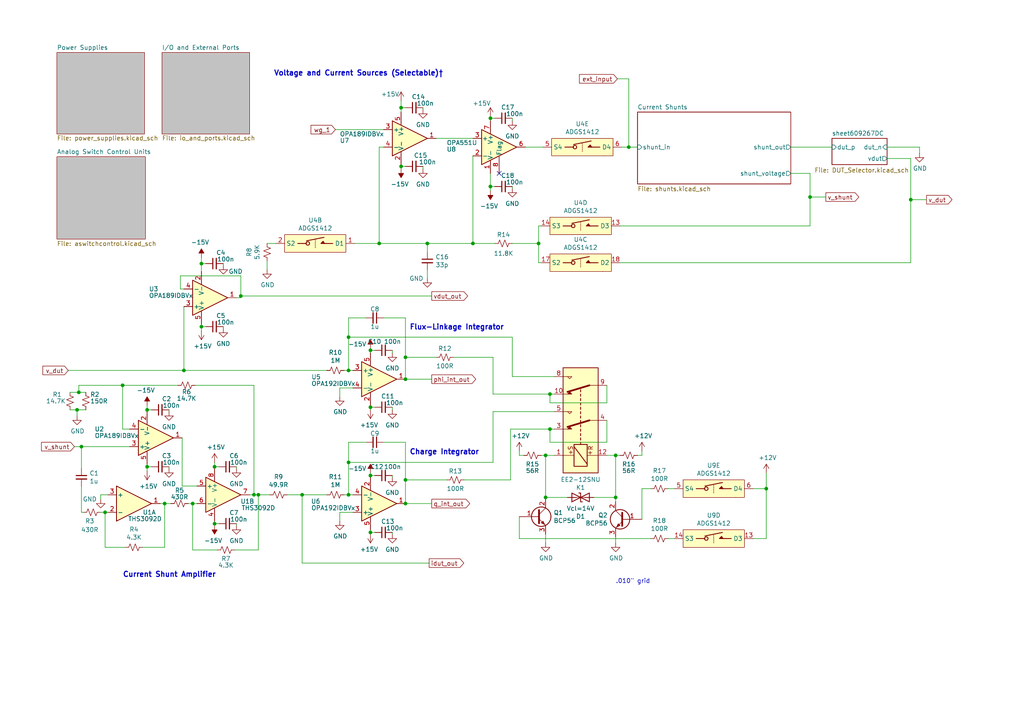
<source format=kicad_sch>
(kicad_sch (version 20211123) (generator eeschema)
  (paper "A4")
  (junction (at 158.242 132.08))
  (junction (at 117.602 109.982))
  (junction (at 109.982 70.612))
  (junction (at 69.85 85.852))
  (junction (at 101.092 134.112))
  (junction (at 47.752 146.05))
  (junction (at 159.512 114.3))
  (junction (at 117.602 103.632))
  (junction (at 142.24 54.102))
  (junction (at 73.66 143.51))
  (junction (at 30.48 148.59))
  (junction (at 234.95 57.15))
  (junction (at 22.352 118.872))
  (junction (at 117.602 146.05))
  (junction (at 62.23 151.892))
  (junction (at 159.512 124.46))
  (junction (at 53.34 107.442))
  (junction (at 222.25 141.732))
  (junction (at 42.672 118.872))
  (junction (at 107.442 101.6))
  (junction (at 264.16 57.912))
  (junction (at 23.622 129.54))
  (junction (at 22.86 113.792))
  (junction (at 35.56 111.76))
  (junction (at 62.23 135.382))
  (junction (at 182.372 42.672))
  (junction (at 178.562 132.08))
  (junction (at 101.092 107.442))
  (junction (at 58.42 94.742))
  (junction (at 101.092 143.51))
  (junction (at 107.442 118.11))
  (junction (at 137.16 70.612))
  (junction (at 156.21 70.612))
  (junction (at 117.602 139.192))
  (junction (at 123.952 70.612))
  (junction (at 178.562 144.272))
  (junction (at 101.092 97.79))
  (junction (at 55.88 146.05))
  (junction (at 107.442 137.922))
  (junction (at 87.63 143.51))
  (junction (at 158.242 144.272))
  (junction (at 116.332 48.26))
  (junction (at 142.24 34.29))
  (junction (at 116.332 31.242))
  (junction (at 107.442 154.432))
  (junction (at 42.672 135.382))
  (junction (at 58.42 76.454))
  (junction (at 74.93 143.51))
  (no_connect (at 144.78 50.292))
  (wire (pts (xy 158.242 144.78) (xy 158.242 144.272)))
  (wire (pts (xy 98.552 112.522) (xy 102.362 112.522)))
  (wire (pts (xy 107.442 137.922) (xy 107.442 138.43)))
  (wire (pts (xy 101.092 134.112) (xy 143.002 134.112)))
  (wire (pts (xy 125.222 146.05) (xy 117.602 146.05)))
  (wire (pts (xy 57.15 140.97) (xy 52.832 140.97)))
  (wire (pts (xy 62.23 152.4) (xy 62.23 151.892)))
  (wire (pts (xy 193.802 141.732) (xy 195.58 141.732)))
  (wire (pts (xy 87.63 143.51) (xy 87.63 163.322)))
  (wire (pts (xy 101.092 92.202) (xy 101.092 97.79)))
  (wire (pts (xy 142.24 33.782) (xy 142.24 34.29)))
  (wire (pts (xy 53.34 107.442) (xy 94.742 107.442)))
  (wire (pts (xy 182.372 22.86) (xy 179.07 22.86)))
  (wire (pts (xy 142.24 34.29) (xy 142.24 35.052)))
  (wire (pts (xy 150.622 132.08) (xy 150.622 130.81)))
  (wire (pts (xy 108.712 118.11) (xy 107.442 118.11)))
  (wire (pts (xy 98.552 115.062) (xy 98.552 112.522)))
  (wire (pts (xy 159.512 124.46) (xy 160.782 124.46)))
  (wire (pts (xy 143.002 114.3) (xy 159.512 114.3)))
  (wire (pts (xy 68.58 151.892) (xy 68.58 152.4)))
  (wire (pts (xy 68.58 135.382) (xy 68.58 135.89)))
  (wire (pts (xy 176.022 111.76) (xy 176.022 116.84)))
  (wire (pts (xy 125.222 85.852) (xy 69.85 85.852)))
  (wire (pts (xy 59.69 76.454) (xy 58.42 76.454)))
  (wire (pts (xy 101.092 134.112) (xy 101.092 143.51)))
  (wire (pts (xy 129.54 139.192) (xy 117.602 139.192)))
  (wire (pts (xy 131.572 103.632) (xy 143.002 103.632)))
  (wire (pts (xy 117.602 128.27) (xy 117.602 139.192)))
  (wire (pts (xy 148.59 109.22) (xy 160.782 109.22)))
  (wire (pts (xy 22.352 120.65) (xy 22.352 118.872)))
  (wire (pts (xy 43.942 118.872) (xy 42.672 118.872)))
  (wire (pts (xy 156.21 65.532) (xy 156.21 70.612)))
  (wire (pts (xy 264.16 45.974) (xy 264.16 57.912)))
  (wire (pts (xy 108.712 101.6) (xy 107.442 101.6)))
  (wire (pts (xy 42.672 118.872) (xy 42.672 119.38)))
  (wire (pts (xy 156.21 76.2) (xy 156.972 76.2)))
  (wire (pts (xy 178.562 144.272) (xy 178.562 132.08)))
  (wire (pts (xy 158.242 144.272) (xy 158.242 132.08)))
  (wire (pts (xy 123.952 78.232) (xy 123.952 80.772)))
  (wire (pts (xy 57.15 146.05) (xy 55.88 146.05)))
  (wire (pts (xy 107.442 101.6) (xy 107.442 102.362)))
  (wire (pts (xy 107.442 154.432) (xy 107.442 153.67)))
  (wire (pts (xy 56.642 111.76) (xy 73.66 111.76)))
  (wire (pts (xy 52.832 140.97) (xy 52.832 127)))
  (wire (pts (xy 58.42 94.742) (xy 58.42 93.98)))
  (wire (pts (xy 101.092 97.79) (xy 148.59 97.79)))
  (wire (pts (xy 109.982 42.672) (xy 111.252 42.672)))
  (wire (pts (xy 64.77 76.454) (xy 64.77 76.962)))
  (wire (pts (xy 178.562 145.542) (xy 178.562 144.272)))
  (wire (pts (xy 62.23 134.112) (xy 62.23 135.382)))
  (wire (pts (xy 116.332 31.242) (xy 116.332 32.512)))
  (wire (pts (xy 117.602 48.26) (xy 116.332 48.26)))
  (wire (pts (xy 22.86 113.792) (xy 24.892 113.792)))
  (wire (pts (xy 150.622 156.21) (xy 188.722 156.21)))
  (wire (pts (xy 74.93 143.51) (xy 78.232 143.51)))
  (wire (pts (xy 156.21 65.532) (xy 156.972 65.532)))
  (wire (pts (xy 239.522 57.15) (xy 234.95 57.15)))
  (wire (pts (xy 20.32 118.872) (xy 22.352 118.872)))
  (wire (pts (xy 137.16 70.612) (xy 143.51 70.612)))
  (wire (pts (xy 111.252 128.27) (xy 117.602 128.27)))
  (wire (pts (xy 182.372 42.672) (xy 182.372 22.86)))
  (wire (pts (xy 77.47 78.232) (xy 77.47 75.692)))
  (wire (pts (xy 241.3 42.672) (xy 229.362 42.672)))
  (wire (pts (xy 164.592 144.272) (xy 158.242 144.272)))
  (wire (pts (xy 158.242 132.08) (xy 156.972 132.08)))
  (wire (pts (xy 264.16 76.2) (xy 264.16 57.912)))
  (wire (pts (xy 23.622 129.54) (xy 37.592 129.54)))
  (wire (pts (xy 123.952 73.152) (xy 123.952 70.612)))
  (wire (pts (xy 122.682 31.242) (xy 122.682 31.75)))
  (wire (pts (xy 99.822 143.51) (xy 101.092 143.51)))
  (wire (pts (xy 184.912 132.08) (xy 186.182 132.08)))
  (wire (pts (xy 143.002 119.38) (xy 160.782 119.38)))
  (wire (pts (xy 49.022 118.872) (xy 49.022 119.38)))
  (wire (pts (xy 42.672 117.602) (xy 42.672 118.872)))
  (wire (pts (xy 107.442 118.11) (xy 107.442 117.602)))
  (wire (pts (xy 69.85 86.36) (xy 68.58 86.36)))
  (wire (pts (xy 180.34 42.672) (xy 182.372 42.672)))
  (wire (pts (xy 117.602 103.632) (xy 117.602 109.982)))
  (wire (pts (xy 186.182 132.08) (xy 186.182 130.81)))
  (wire (pts (xy 158.242 157.48) (xy 158.242 154.94)))
  (wire (pts (xy 126.492 40.132) (xy 137.16 40.132)))
  (wire (pts (xy 186.182 141.732) (xy 188.722 141.732)))
  (wire (pts (xy 87.63 143.51) (xy 94.742 143.51)))
  (wire (pts (xy 63.5 151.892) (xy 62.23 151.892)))
  (wire (pts (xy 98.552 148.59) (xy 102.362 148.59)))
  (wire (pts (xy 159.512 116.84) (xy 159.512 114.3)))
  (wire (pts (xy 74.93 159.512) (xy 74.93 143.51)))
  (wire (pts (xy 99.822 107.442) (xy 101.092 107.442)))
  (wire (pts (xy 257.302 45.974) (xy 264.16 45.974)))
  (wire (pts (xy 64.77 94.742) (xy 64.77 95.25)))
  (wire (pts (xy 159.512 114.3) (xy 160.782 114.3)))
  (wire (pts (xy 176.022 116.84) (xy 159.512 116.84)))
  (wire (pts (xy 101.092 143.51) (xy 102.362 143.51)))
  (wire (pts (xy 107.442 137.16) (xy 107.442 137.922)))
  (wire (pts (xy 143.002 103.632) (xy 143.002 114.3)))
  (wire (pts (xy 53.34 88.9) (xy 53.34 107.442)))
  (wire (pts (xy 234.95 57.15) (xy 234.95 50.292)))
  (wire (pts (xy 49.53 146.05) (xy 47.752 146.05)))
  (wire (pts (xy 29.21 143.51) (xy 31.242 143.51)))
  (wire (pts (xy 152.4 42.672) (xy 157.48 42.672)))
  (wire (pts (xy 117.602 139.192) (xy 117.602 146.05)))
  (wire (pts (xy 109.982 70.612) (xy 102.87 70.612)))
  (wire (pts (xy 266.7 44.45) (xy 266.7 42.672)))
  (wire (pts (xy 69.85 80.01) (xy 69.85 85.852)))
  (wire (pts (xy 63.5 135.382) (xy 62.23 135.382)))
  (wire (pts (xy 113.792 101.6) (xy 113.792 102.362)))
  (wire (pts (xy 41.402 158.75) (xy 47.752 158.75)))
  (wire (pts (xy 87.63 163.322) (xy 124.46 163.322)))
  (wire (pts (xy 268.732 57.912) (xy 264.16 57.912)))
  (wire (pts (xy 193.802 156.21) (xy 195.58 156.21)))
  (wire (pts (xy 222.25 141.732) (xy 222.25 137.16)))
  (wire (pts (xy 148.082 139.192) (xy 148.082 124.46)))
  (wire (pts (xy 142.24 55.372) (xy 142.24 54.102)))
  (wire (pts (xy 58.42 96.012) (xy 58.42 94.742)))
  (wire (pts (xy 72.39 143.51) (xy 73.66 143.51)))
  (wire (pts (xy 101.092 92.202) (xy 106.172 92.202)))
  (wire (pts (xy 182.372 42.672) (xy 184.912 42.672)))
  (wire (pts (xy 23.622 135.89) (xy 23.622 129.54)))
  (wire (pts (xy 116.332 48.26) (xy 116.332 49.022)))
  (wire (pts (xy 47.752 158.75) (xy 47.752 146.05)))
  (wire (pts (xy 31.242 148.59) (xy 30.48 148.59)))
  (wire (pts (xy 101.092 128.27) (xy 101.092 134.112)))
  (wire (pts (xy 222.25 156.21) (xy 222.25 141.732)))
  (wire (pts (xy 30.48 158.75) (xy 30.48 148.59)))
  (wire (pts (xy 148.59 97.79) (xy 148.59 109.22)))
  (wire (pts (xy 21.59 129.54) (xy 23.622 129.54)))
  (wire (pts (xy 47.752 146.05) (xy 46.482 146.05)))
  (wire (pts (xy 113.792 137.922) (xy 113.792 138.43)))
  (wire (pts (xy 116.332 29.21) (xy 116.332 31.242)))
  (wire (pts (xy 101.092 128.27) (xy 106.172 128.27)))
  (wire (pts (xy 59.69 94.742) (xy 58.42 94.742)))
  (wire (pts (xy 108.712 154.432) (xy 107.442 154.432)))
  (wire (pts (xy 122.682 49.022) (xy 122.682 48.26)))
  (wire (pts (xy 55.88 146.05) (xy 54.61 146.05)))
  (wire (pts (xy 142.24 54.102) (xy 142.24 50.292)))
  (wire (pts (xy 218.44 156.21) (xy 222.25 156.21)))
  (wire (pts (xy 186.182 150.622) (xy 186.182 141.732)))
  (wire (pts (xy 218.44 141.732) (xy 222.25 141.732)))
  (wire (pts (xy 148.59 34.29) (xy 148.59 35.052)))
  (wire (pts (xy 97.282 37.592) (xy 111.252 37.592)))
  (wire (pts (xy 62.23 151.892) (xy 62.23 151.13)))
  (wire (pts (xy 22.86 113.792) (xy 20.32 113.792)))
  (wire (pts (xy 148.59 54.102) (xy 148.59 54.61)))
  (wire (pts (xy 52.324 83.82) (xy 52.324 80.01)))
  (wire (pts (xy 109.982 42.672) (xy 109.982 70.612)))
  (wire (pts (xy 116.332 47.752) (xy 116.332 48.26)))
  (wire (pts (xy 178.562 132.08) (xy 179.832 132.08)))
  (wire (pts (xy 24.13 148.59) (xy 23.622 148.59)))
  (wire (pts (xy 29.21 144.78) (xy 29.21 143.51)))
  (wire (pts (xy 83.312 143.51) (xy 87.63 143.51)))
  (wire (pts (xy 22.352 118.872) (xy 24.892 118.872)))
  (wire (pts (xy 234.95 57.15) (xy 234.95 65.532)))
  (wire (pts (xy 42.672 136.652) (xy 42.672 135.382)))
  (wire (pts (xy 159.512 128.27) (xy 159.512 124.46)))
  (wire (pts (xy 19.812 107.442) (xy 53.34 107.442)))
  (wire (pts (xy 123.952 70.612) (xy 137.16 70.612)))
  (wire (pts (xy 143.51 54.102) (xy 142.24 54.102)))
  (wire (pts (xy 77.47 70.612) (xy 80.01 70.612)))
  (wire (pts (xy 179.832 65.532) (xy 234.95 65.532)))
  (wire (pts (xy 143.51 34.29) (xy 142.24 34.29)))
  (wire (pts (xy 22.86 111.76) (xy 22.86 113.792)))
  (wire (pts (xy 43.942 135.382) (xy 42.672 135.382)))
  (wire (pts (xy 101.092 97.79) (xy 101.092 107.442)))
  (wire (pts (xy 126.492 103.632) (xy 117.602 103.632)))
  (wire (pts (xy 178.562 132.08) (xy 176.022 132.08)))
  (wire (pts (xy 148.082 124.46) (xy 159.512 124.46)))
  (wire (pts (xy 58.42 76.454) (xy 58.42 78.74)))
  (wire (pts (xy 117.602 31.242) (xy 116.332 31.242)))
  (wire (pts (xy 52.324 80.01) (xy 69.85 80.01)))
  (wire (pts (xy 176.022 128.27) (xy 159.512 128.27)))
  (wire (pts (xy 35.56 111.76) (xy 51.562 111.76)))
  (wire (pts (xy 179.832 76.2) (xy 264.16 76.2)))
  (wire (pts (xy 113.792 154.432) (xy 113.792 154.94)))
  (wire (pts (xy 158.242 132.08) (xy 160.782 132.08)))
  (wire (pts (xy 49.022 135.382) (xy 49.022 135.89)))
  (wire (pts (xy 113.792 118.11) (xy 113.792 118.872)))
  (wire (pts (xy 69.85 85.852) (xy 69.85 86.36)))
  (wire (pts (xy 35.56 111.76) (xy 22.86 111.76)))
  (wire (pts (xy 150.622 156.21) (xy 150.622 149.86)))
  (wire (pts (xy 55.88 159.512) (xy 62.992 159.512)))
  (wire (pts (xy 58.42 74.676) (xy 58.42 76.454)))
  (wire (pts (xy 117.602 92.202) (xy 117.602 103.632)))
  (wire (pts (xy 109.982 70.612) (xy 123.952 70.612)))
  (wire (pts (xy 178.562 155.702) (xy 178.562 157.48)))
  (wire (pts (xy 55.88 146.05) (xy 55.88 159.512)))
  (wire (pts (xy 107.442 154.94) (xy 107.442 154.432)))
  (wire (pts (xy 107.442 118.872) (xy 107.442 118.11)))
  (wire (pts (xy 35.56 124.46) (xy 35.56 111.76)))
  (wire (pts (xy 73.66 111.76) (xy 73.66 143.51)))
  (wire (pts (xy 111.252 92.202) (xy 117.602 92.202)))
  (wire (pts (xy 37.592 124.46) (xy 35.56 124.46)))
  (wire (pts (xy 266.7 42.672) (xy 257.302 42.672)))
  (wire (pts (xy 151.892 132.08) (xy 150.622 132.08)))
  (wire (pts (xy 125.222 109.982) (xy 117.602 109.982)))
  (wire (pts (xy 73.66 143.51) (xy 74.93 143.51)))
  (wire (pts (xy 134.62 139.192) (xy 148.082 139.192)))
  (wire (pts (xy 137.16 45.212) (xy 137.16 70.612)))
  (wire (pts (xy 234.95 50.292) (xy 229.362 50.292)))
  (wire (pts (xy 42.672 135.382) (xy 42.672 134.62)))
  (wire (pts (xy 101.092 107.442) (xy 102.362 107.442)))
  (wire (pts (xy 156.21 70.612) (xy 156.21 76.2)))
  (wire (pts (xy 62.23 135.382) (xy 62.23 135.89)))
  (wire (pts (xy 107.442 101.092) (xy 107.442 101.6)))
  (wire (pts (xy 98.552 151.13) (xy 98.552 148.59)))
  (wire (pts (xy 176.022 121.92) (xy 176.022 128.27)))
  (wire (pts (xy 53.34 83.82) (xy 52.324 83.82)))
  (wire (pts (xy 68.072 159.512) (xy 74.93 159.512)))
  (wire (pts (xy 148.59 70.612) (xy 156.21 70.612)))
  (wire (pts (xy 143.002 134.112) (xy 143.002 119.38)))
  (wire (pts (xy 108.712 137.922) (xy 107.442 137.922)))
  (wire (pts (xy 172.212 144.272) (xy 178.562 144.272)))
  (wire (pts (xy 30.48 148.59) (xy 29.21 148.59)))
  (wire (pts (xy 36.322 158.75) (xy 30.48 158.75)))
  (wire (pts (xy 23.622 148.59) (xy 23.622 140.97)))
  (text ".010\" grid" (at 178.562 169.418 0) (effects (font (size 1.27 1.27)) (justify left bottom)))
  (text "Current Shunt Amplifier" (at 35.56 167.64 0) (effects (font (size 1.4986 1.4986) (thickness 0.2997) bold) (justify left bottom)))
  (text "Charge Integrator" (at 118.745 132.08 0) (effects (font (size 1.4986 1.4986) (thickness 0.2997) bold) (justify left bottom)))
  (text "Voltage and Current Sources (Selectable)†" (at 79.375 22.225 0) (effects (font (size 1.4986 1.4986) (thickness 0.2997) bold) (justify left bottom)))
  (text "Flux-Linkage Integrator" (at 118.745 95.885 0) (effects (font (size 1.4986 1.4986) (thickness 0.2997) bold) (justify left bottom)))
  (global_label "v_shunt" (shape output) (at 239.522 57.15 0) (property "Intersheet References" "${INTERSHEET_REFS}" (effects hide)))
  (global_label "v_dut" (shape output) (at 268.732 57.912 0) (property "Intersheet References" "${INTERSHEET_REFS}" (effects hide)))
  (global_label "q_int_out" (shape output) (at 125.222 146.05 0) (property "Intersheet References" "${INTERSHEET_REFS}" (effects hide)))
  (global_label "vdut_out" (shape output) (at 125.222 85.852 0) (property "Intersheet References" "${INTERSHEET_REFS}" (effects hide)))
  (global_label "phi_int_out" (shape output) (at 125.222 109.982 0) (property "Intersheet References" "${INTERSHEET_REFS}" (effects hide)))
  (global_label "idut_out" (shape output) (at 124.46 163.322 0) (property "Intersheet References" "${INTERSHEET_REFS}" (effects hide)))
  (global_label "v_shunt" (shape input) (at 21.59 129.54 180) (property "Intersheet References" "${INTERSHEET_REFS}" (effects hide)))
  (global_label "ext_input" (shape input) (at 179.07 22.86 180) (property "Intersheet References" "${INTERSHEET_REFS}" (effects hide)))
  (global_label "v_dut" (shape input) (at 19.812 107.442 180) (property "Intersheet References" "${INTERSHEET_REFS}" (effects hide)))
  (global_label "wg_1" (shape input) (at 97.282 37.592 180) (property "Intersheet References" "${INTERSHEET_REFS}" (effects hide)))
  (symbol (lib_name "ADGS1412-MAGI_Symbols_2") (lib_id "SMUTestFixture-rescue:ADGS1412-MAGI_Symbols") (at 207.01 156.21 0) (unit 4)
    (property "Reference" "U9" (at 207.01 149.479 0))
    (property "Value" "ADGS1412" (at 207.01 151.7904 0))
    (property "Footprint" "Package_CSP:LFCSP-24-1EP_4x4mm_P0.5mm_EP2.5x2.5mm" (effects hide))
    (property "Datasheet" "https://www.analog.com/media/en/technical-documentation/data-sheets/ADGS1412.pdf" (effects hide))
  )
  (symbol (lib_name "ADGS1412-MAGI_Symbols_3") (lib_id "SMUTestFixture-rescue:ADGS1412-MAGI_Symbols") (at 207.01 141.732 0) (unit 5)
    (property "Reference" "U9" (at 207.01 135.001 0))
    (property "Value" "ADGS1412" (at 207.01 137.3124 0))
    (property "Footprint" "Package_CSP:LFCSP-24-1EP_4x4mm_P0.5mm_EP2.5x2.5mm" (effects hide))
    (property "Datasheet" "https://www.analog.com/media/en/technical-documentation/data-sheets/ADGS1412.pdf" (effects hide))
  )
  (symbol (lib_id "power:+12V") (at 222.25 137.16 0) (unit 1)
    (property "Reference" "#PWR041" (effects hide))
    (property "Value" "+12V" (at 222.631 132.7658 0))
  )
  (symbol (lib_id "Device:R_Small_US") (at 191.262 141.732 270) (unit 1)
    (property "Reference" "R17" (at 191.262 136.525 90))
    (property "Value" "100R" (at 191.262 138.8364 90))
  )
  (symbol (lib_id "Device:R_Small_US") (at 191.262 156.21 270) (unit 1)
    (property "Reference" "R18" (at 191.262 151.003 90))
    (property "Value" "100R" (at 191.262 153.3144 90))
  )
  (symbol (lib_id "Device:D_TVS") (at 168.402 144.272 0) (mirror x) (unit 1)
    (property "Reference" "D1" (at 168.402 149.7838 0))
    (property "Value" "Vcl=14V" (at 168.402 147.4724 0))
    (property "Footprint" "Diode_SMD:D_0201_0603Metric_Pad0.64x0.40mm_HandSolder" (effects hide))
    (property "Datasheet" "https://www.mouser.com/datasheet/2/348/vs12vba1hs-e-1871858.pdf" (effects hide))
    (property "PN" "VS12VBA1HS" (effects hide))
  )
  (symbol (lib_id "Transistor_BJT:BCP56") (at 181.102 150.622 0) (mirror y) (unit 1)
    (property "Reference" "Q2" (at 176.2506 149.4536 0) (effects (justify left)))
    (property "Value" "BCP56" (at 176.2506 151.765 0) (effects (justify left)))
    (property "Footprint" "Package_TO_SOT_SMD:SOT-223-3_TabPin2" (effects hide))
    (property "Datasheet" "http://cache.nxp.com/documents/data_sheet/BCP56_BCX56_BC56PA.pdf?pspll=1" (effects hide))
  )
  (symbol (lib_id "Transistor_BJT:BCP56") (at 155.702 149.86 0) (unit 1)
    (property "Reference" "Q1" (at 160.5534 148.6916 0) (effects (justify left)))
    (property "Value" "BCP56" (at 160.5534 151.003 0) (effects (justify left)))
    (property "Footprint" "Package_TO_SOT_SMD:SOT-223-3_TabPin2" (effects hide))
    (property "Datasheet" "http://cache.nxp.com/documents/data_sheet/BCP56_BCX56_BC56PA.pdf?pspll=1" (effects hide))
  )
  (symbol (lib_id "power:+12V") (at 150.622 130.81 0) (unit 1)
    (property "Reference" "#PWR035" (effects hide))
    (property "Value" "+12V" (at 151.003 126.4158 0))
  )
  (symbol (lib_id "power:+12V") (at 186.182 130.81 0) (unit 1)
    (property "Reference" "#PWR038" (effects hide))
    (property "Value" "+12V" (at 186.563 126.4158 0))
  )
  (symbol (lib_id "power:GND") (at 158.242 157.48 0) (unit 1)
    (property "Reference" "#PWR036" (effects hide))
    (property "Value" "GND" (at 158.369 161.8742 0))
  )
  (symbol (lib_id "power:GND") (at 178.562 157.48 0) (unit 1)
    (property "Reference" "#PWR037" (effects hide))
    (property "Value" "GND" (at 178.689 161.8742 0))
  )
  (symbol (lib_id "Device:R_Small_US") (at 182.372 132.08 270) (unit 1)
    (property "Reference" "R16" (at 182.372 134.62 90))
    (property "Value" "56R" (at 182.372 136.525 90))
  )
  (symbol (lib_id "Device:R_Small_US") (at 154.432 132.08 270) (unit 1)
    (property "Reference" "R15" (at 154.432 134.62 90))
    (property "Value" "56R" (at 154.432 136.525 90))
  )
  (symbol (lib_id "Device:R_Small_US") (at 129.032 103.632 270) (unit 1)
    (property "Reference" "R12" (at 129.032 101.092 90))
    (property "Value" "100R" (at 129.032 106.172 90))
    (property "Footprint" "Resistor_SMD:R_0805_2012Metric_Pad1.20x1.40mm_HandSolder" (effects hide))
    (property "PN" "CRCW08055K00JNTA" (effects hide))
  )
  (symbol (lib_id "Device:C_Small") (at 108.712 92.202 270) (unit 1)
    (property "Reference" "C8" (at 108.712 89.662 90))
    (property "Value" "1u" (at 108.712 94.742 90))
    (property "Footprint" "Capacitor_THT:C_Rect_L18.0mm_W11.0mm_P15.00mm_FKS3_FKP3" (effects hide))
    (property "PN" " ECW-FD2W105JC " (effects hide))
  )
  (symbol (lib_id "power:-15V") (at 107.442 101.092 0) (unit 1)
    (property "Reference" "#PWR018" (effects hide))
    (property "Value" "-15V" (at 103.632 99.822 0))
  )
  (symbol (lib_id "power:+15V") (at 107.442 118.872 180) (unit 1)
    (property "Reference" "#PWR019" (effects hide))
    (property "Value" "+15V" (at 107.061 123.2662 0))
  )
  (symbol (lib_id "power:GND") (at 98.552 115.062 0) (unit 1)
    (property "Reference" "#PWR016" (effects hide))
    (property "Value" "GND" (at 98.679 119.4562 0))
  )
  (symbol (lib_id "Device:R_Small_US") (at 97.282 107.442 270) (unit 1)
    (property "Reference" "R10" (at 97.282 102.235 90))
    (property "Value" "1M" (at 97.282 104.5464 90))
    (property "Footprint" "Resistor_SMD:R_1206_3216Metric_Pad1.30x1.75mm_HandSolder" (effects hide))
    (property "PN" "RG3216N-1004-W-T1" (effects hide))
  )
  (symbol (lib_id "power:-15V") (at 116.332 49.022 180) (unit 1)
    (property "Reference" "#PWR027" (effects hide))
    (property "Value" "-15V" (at 115.951 53.4162 0))
  )
  (symbol (lib_id "power:+15V") (at 116.332 29.21 0) (unit 1)
    (property "Reference" "#PWR026" (effects hide))
    (property "Value" "+15V" (at 113.157 27.305 0))
  )
  (symbol (lib_id "Device:R_Small_US") (at 146.05 70.612 90) (unit 1)
    (property "Reference" "R14" (at 146.05 68.072 90))
    (property "Value" "11.8K" (at 146.05 73.5076 90))
    (property "Footprint" "Resistor_SMD:R_0805_2012Metric_Pad1.20x1.40mm_HandSolder" (effects hide))
    (property "PN" "RQ73C2A11K8BTDF" (effects hide))
  )
  (symbol (lib_id "power:GND") (at 77.47 78.232 0) (unit 1)
    (property "Reference" "#PWR015" (effects hide))
    (property "Value" "GND" (at 77.597 82.6262 0))
  )
  (symbol (lib_id "Device:R_Small_US") (at 77.47 73.152 0) (unit 1)
    (property "Reference" "R8" (at 72.263 73.152 90))
    (property "Value" "5.9K" (at 74.5744 73.152 90))
    (property "Footprint" "Resistor_SMD:R_0805_2012Metric_Pad1.20x1.40mm_HandSolder" (effects hide))
    (property "PN" " RN73C2A5K9BTDF" (effects hide))
  )
  (symbol (lib_id "SMUTestFixture-rescue:OPA189IDBVx-MAGI_Symbols") (at 118.872 40.132 0) (unit 1)
    (property "Reference" "U7" (at 98.552 40.767 0) (effects (justify left)))
    (property "Value" "OPA189IDBVx" (at 98.552 38.862 0) (effects (justify left)))
    (property "Footprint" "Package_TO_SOT_SMD:SOT-223-5" (effects hide))
    (property "Datasheet" "https://www.ti.com/lit/ds/symlink/opa189.pdf" (effects hide))
    (property "PN" "OPA189IDBVR" (effects hide))
  )
  (symbol (lib_id "Device:C_Small") (at 123.952 75.692 0) (unit 1)
    (property "Reference" "C16" (at 126.2888 74.5236 0) (effects (justify left)))
    (property "Value" "33p" (at 126.2888 76.835 0) (effects (justify left)))
    (property "Footprint" "Capacitor_SMD:C_0201_0603Metric_Pad0.64x0.40mm_HandSolder" (effects hide))
    (property "PN" "GRM0335C1H330FA01D" (effects hide))
  )
  (symbol (lib_id "power:GND") (at 123.952 80.772 0) (unit 1)
    (property "Reference" "#PWR030" (effects hide))
    (property "Value" "GND" (at 120.777 80.772 0))
  )
  (symbol (lib_id "power:-15V") (at 142.24 55.372 180) (unit 1)
    (property "Reference" "#PWR032" (effects hide))
    (property "Value" "-15V" (at 141.859 59.7662 0))
  )
  (symbol (lib_id "power:+15V") (at 142.24 33.782 0) (unit 1)
    (property "Reference" "#PWR031" (effects hide))
    (property "Value" "+15V" (at 139.7 29.972 0))
  )
  (symbol (lib_id "Amplifier_Operational:OPA551U") (at 144.78 42.672 0) (unit 1)
    (property "Reference" "U8" (at 129.54 43.307 0) (effects (justify left)))
    (property "Value" "OPA551U" (at 129.54 41.402 0) (effects (justify left)))
    (property "Footprint" "Package_SO:SOIC-8_3.9x4.9mm_P1.27mm" (effects hide))
    (property "Datasheet" "http://www.ti.com/lit/ds/symlink/opa551.pdf" (effects hide))
  )
  (symbol (lib_name "ADGS1412-MAGI_Symbols_1") (lib_id "SMUTestFixture-rescue:ADGS1412-MAGI_Symbols") (at 91.44 70.612 0) (unit 2)
    (property "Reference" "U4" (at 91.44 63.881 0))
    (property "Value" "ADGS1412" (at 91.44 66.1924 0))
    (property "Footprint" "Package_CSP:LFCSP-24-1EP_4x4mm_P0.5mm_EP2.5x2.5mm" (effects hide))
    (property "Datasheet" "https://www.analog.com/media/en/technical-documentation/data-sheets/ADGS1412.pdf" (effects hide))
  )
  (symbol (lib_name "ADGS1412-MAGI_Symbols_4") (lib_id "SMUTestFixture-rescue:ADGS1412-MAGI_Symbols") (at 168.402 76.2 0) (unit 3)
    (property "Reference" "U4" (at 168.402 69.469 0))
    (property "Value" "ADGS1412" (at 168.402 71.7804 0))
    (property "Footprint" "Package_CSP:LFCSP-24-1EP_4x4mm_P0.5mm_EP2.5x2.5mm" (effects hide))
    (property "Datasheet" "https://www.analog.com/media/en/technical-documentation/data-sheets/ADGS1412.pdf" (effects hide))
  )
  (symbol (lib_name "ADGS1412-MAGI_Symbols_5") (lib_id "SMUTestFixture-rescue:ADGS1412-MAGI_Symbols") (at 168.402 65.532 0) (unit 4)
    (property "Reference" "U4" (at 168.402 58.801 0))
    (property "Value" "ADGS1412" (at 168.402 61.1124 0))
    (property "Footprint" "Package_CSP:LFCSP-24-1EP_4x4mm_P0.5mm_EP2.5x2.5mm" (effects hide))
    (property "Datasheet" "https://www.analog.com/media/en/technical-documentation/data-sheets/ADGS1412.pdf" (effects hide))
  )
  (symbol (lib_id "power:GND") (at 266.7 44.45 0) (unit 1)
    (property "Reference" "#PWR046" (effects hide))
    (property "Value" "GND" (at 266.827 48.8442 0))
  )
  (symbol (lib_id "SMUTestFixture-rescue:ADGS1412-MAGI_Symbols") (at 168.91 42.672 0) (unit 5)
    (property "Reference" "U4" (at 168.91 35.941 0))
    (property "Value" "ADGS1412" (at 168.91 38.2524 0))
    (property "Footprint" "Package_CSP:LFCSP-24-1EP_4x4mm_P0.5mm_EP2.5x2.5mm" (effects hide))
    (property "Datasheet" "https://www.analog.com/media/en/technical-documentation/data-sheets/ADGS1412.pdf" (effects hide))
  )
  (symbol (lib_id "SMUTestFixture-rescue:OPA189IDBVx-MAGI_Symbols") (at 45.212 127 0) (mirror x) (unit 1)
    (property "Reference" "U2" (at 27.432 124.46 0) (effects (justify left)))
    (property "Value" "OPA189IDBVx" (at 27.432 126.365 0) (effects (justify left)))
    (property "Footprint" "Package_TO_SOT_SMD:SOT-23-5_HandSoldering" (effects hide))
    (property "Datasheet" "https://www.ti.com/lit/ds/symlink/opa189.pdf" (effects hide))
  )
  (symbol (lib_id "Device:R_Small_US") (at 20.32 116.332 0) (unit 1)
    (property "Reference" "R1" (at 15.24 114.427 0) (effects (justify left)))
    (property "Value" "14.7K" (at 13.335 116.332 0) (effects (justify left)))
  )
  (symbol (lib_id "Device:R_Small_US") (at 24.892 116.332 0) (unit 1)
    (property "Reference" "R2" (at 26.162 114.427 0) (effects (justify left)))
    (property "Value" "150R" (at 26.162 116.332 0) (effects (justify left)))
  )
  (symbol (lib_id "Device:R_Small_US") (at 54.102 111.76 270) (unit 1)
    (property "Reference" "R6" (at 54.102 113.665 90))
    (property "Value" "14.7K" (at 54.102 115.57 90))
  )
  (symbol (lib_id "power:GND") (at 22.352 120.65 0) (unit 1)
    (property "Reference" "#PWR01" (effects hide))
    (property "Value" "GND" (at 22.479 125.0442 0))
  )
  (symbol (lib_id "Device:R_Small_US") (at 80.772 143.51 270) (unit 1)
    (property "Reference" "R9" (at 80.772 138.303 90))
    (property "Value" "49.9R" (at 80.772 140.6144 90))
  )
  (symbol (lib_id "Device:R_Small_US") (at 132.08 139.192 270) (unit 1)
    (property "Reference" "R13" (at 132.08 136.652 90))
    (property "Value" "100R" (at 132.08 141.732 90))
    (property "Footprint" "Resistor_SMD:R_0805_2012Metric_Pad1.20x1.40mm_HandSolder" (effects hide))
    (property "PN" "CRCW08055K00JNTA" (effects hide))
  )
  (symbol (lib_id "Device:C_Small") (at 108.712 128.27 270) (unit 1)
    (property "Reference" "C9" (at 108.712 125.73 90))
    (property "Value" "1u" (at 108.712 130.81 90))
    (property "Footprint" "Capacitor_THT:C_Rect_L18.0mm_W11.0mm_P15.00mm_FKS3_FKP3" (effects hide))
    (property "PN" " ECW-FD2W105JC " (effects hide))
  )
  (symbol (lib_id "power:-15V") (at 107.442 137.16 0) (unit 1)
    (property "Reference" "#PWR020" (effects hide))
    (property "Value" "-15V" (at 103.632 135.89 0))
  )
  (symbol (lib_id "power:+15V") (at 107.442 154.94 180) (unit 1)
    (property "Reference" "#PWR021" (effects hide))
    (property "Value" "+15V" (at 107.061 159.3342 0))
  )
  (symbol (lib_id "power:GND") (at 98.552 151.13 0) (unit 1)
    (property "Reference" "#PWR017" (effects hide))
    (property "Value" "GND" (at 98.679 155.5242 0))
  )
  (symbol (lib_id "Device:R_Small_US") (at 97.282 143.51 270) (unit 1)
    (property "Reference" "R11" (at 97.282 138.303 90))
    (property "Value" "1M" (at 97.282 140.6144 90))
    (property "Footprint" "Resistor_SMD:R_1206_3216Metric_Pad1.30x1.75mm_HandSolder" (effects hide))
    (property "PN" "RG3216N-1004-W-T1" (effects hide))
  )
  (symbol (lib_id "SMUTestFixture-rescue:OPA192IDBVx-MAGI_Symbols") (at 109.982 146.05 0) (mirror x) (unit 1)
    (property "Reference" "U6" (at 91.567 145.415 0))
    (property "Value" "OPA192IDBVx" (at 96.647 147.32 0))
    (property "Footprint" "Package_TO_SOT_SMD:SOT-23-5_HandSoldering" (effects hide))
    (property "Datasheet" "https://www.ti.com/lit/ds/symlink/opa192.pdf?ts=1616148990548" (effects hide))
    (property "PN" "OPA192IDBVR" (effects hide))
  )
  (symbol (lib_id "power:+15V") (at 42.672 136.652 0) (mirror x) (unit 1)
    (property "Reference" "#PWR04" (effects hide))
    (property "Value" "+15V" (at 43.053 141.0462 0))
  )
  (symbol (lib_id "power:-15V") (at 42.672 117.602 0) (mirror y) (unit 1)
    (property "Reference" "#PWR03" (effects hide))
    (property "Value" "-15V" (at 42.291 113.2078 0))
  )
  (symbol (lib_id "power:+15V") (at 62.23 134.112 0) (unit 1)
    (property "Reference" "#PWR09" (effects hide))
    (property "Value" "+15V" (at 62.611 129.7178 0))
  )
  (symbol (lib_id "power:-15V") (at 62.23 152.4 180) (unit 1)
    (property "Reference" "#PWR010" (effects hide))
    (property "Value" "-15V" (at 61.849 156.7942 0))
  )
  (symbol (lib_id "Relay:EE2-12SNU") (at 168.402 121.92 90) (unit 1)
    (property "Reference" "K1" (at 168.402 141.4018 90))
    (property "Value" "EE2-12SNU" (at 168.402 139.0904 90))
    (property "Footprint" "Relay_SMD:Relay_DPDT_Kemet_EE2_NU" (effects hide))
    (property "Datasheet" "https://content.kemet.com/datasheets/KEM_R7002_EC2_EE2.pdf" (effects hide))
  )
  (symbol (lib_id "SMUTestFixture-rescue:OPA192IDBVx-MAGI_Symbols") (at 109.982 109.982 0) (unit 1)
    (property "Reference" "U5" (at 90.297 109.347 0) (effects (justify left)))
    (property "Value" "OPA192IDBVx" (at 90.297 111.252 0) (effects (justify left)))
    (property "Footprint" "Package_TO_SOT_SMD:SOT-23-5_HandSoldering" (effects hide))
    (property "Datasheet" "https://www.ti.com/lit/ds/symlink/opa192.pdf?ts=1616148990548" (effects hide))
  )
  (symbol (lib_id "SMUTestFixture-rescue:THS3092D-MAGI_Symbols") (at 38.862 146.05 0) (unit 1)
    (property "Reference" "U1" (at 43.307 148.59 0))
    (property "Value" "THS3092D" (at 42.037 150.495 0))
    (property "Footprint" "Package_SO:SOIC-8_3.9x4.9mm_P1.27mm" (effects hide))
  )
  (symbol (lib_id "SMUTestFixture-rescue:THS3092D-MAGI_Symbols") (at 64.77 143.51 0) (unit 2)
    (property "Reference" "U1" (at 71.755 145.415 0))
    (property "Value" "THS3092D" (at 74.93 147.32 0))
    (property "Footprint" "Package_SO:SOIC-8_3.9x4.9mm_P1.27mm" (effects hide))
  )
  (symbol (lib_id "SMUTestFixture-rescue:THS3092D-MAGI_Symbols") (at 64.77 143.51 0) (unit 3)
    (property "Reference" "U1" (effects hide))
    (property "Value" "THS3092D" (effects hide))
    (property "Footprint" "Package_SO:SOIC-8_3.9x4.9mm_P1.27mm" (effects hide))
  )
  (symbol (lib_id "Device:R_Small_US") (at 52.07 146.05 270) (unit 1)
    (property "Reference" "R5" (at 52.07 142.24 90))
    (property "Value" "430R" (at 52.07 144.145 90))
    (property "Footprint" "Resistor_SMD:R_0805_2012Metric_Pad1.20x1.40mm_HandSolder" (effects hide))
  )
  (symbol (lib_id "Device:R_Small_US") (at 65.532 159.512 270) (unit 1)
    (property "Reference" "R7" (at 65.532 162.052 90))
    (property "Value" "4.3K" (at 65.532 163.957 90))
  )
  (symbol (lib_id "Device:R_Small_US") (at 38.862 158.75 270) (unit 1)
    (property "Reference" "R4" (at 38.862 153.543 90))
    (property "Value" "4.3K" (at 38.862 155.8544 90))
  )
  (symbol (lib_id "Device:R_Small_US") (at 26.67 148.59 270) (unit 1)
    (property "Reference" "R3" (at 26.035 151.13 90))
    (property "Value" "430R" (at 26.035 153.67 90))
  )
  (symbol (lib_id "Device:C_Small") (at 23.622 138.43 0) (unit 1)
    (property "Reference" "C1" (at 25.9588 137.2616 0) (effects (justify left)))
    (property "Value" "1u" (at 25.9588 139.573 0) (effects (justify left)))
  )
  (symbol (lib_id "power:GND") (at 29.21 144.78 0) (unit 1)
    (property "Reference" "#PWR02" (effects hide))
    (property "Value" "GND" (at 26.035 144.78 0))
  )
  (symbol (lib_id "Device:C_Small") (at 111.252 154.432 90) (unit 1)
    (property "Reference" "C13" (at 114.427 151.257 90) (effects (justify left)))
    (property "Value" "100n" (at 116.967 153.162 90) (effects (justify left)))
    (property "Footprint" "Capacitor_SMD:C_0805_2012Metric_Pad1.18x1.45mm_HandSolder" (effects hide))
  )
  (symbol (lib_id "Device:C_Small") (at 111.252 118.11 90) (unit 1)
    (property "Reference" "C11" (at 114.427 114.935 90) (effects (justify left)))
    (property "Value" "100n" (at 116.967 116.84 90) (effects (justify left)))
    (property "Footprint" "Capacitor_SMD:C_0805_2012Metric_Pad1.18x1.45mm_HandSolder" (effects hide))
  )
  (symbol (lib_id "Device:C_Small") (at 146.05 54.102 90) (unit 1)
    (property "Reference" "C18" (at 149.225 50.927 90) (effects (justify left)))
    (property "Value" "100n" (at 151.765 52.832 90) (effects (justify left)))
    (property "Footprint" "Capacitor_SMD:C_0805_2012Metric_Pad1.18x1.45mm_HandSolder" (effects hide))
  )
  (symbol (lib_id "power:GND") (at 122.682 49.022 0) (unit 1)
    (property "Reference" "#PWR029" (effects hide))
    (property "Value" "GND" (at 122.682 53.4654 0))
  )
  (symbol (lib_id "power:GND") (at 113.792 154.94 0) (unit 1)
    (property "Reference" "#PWR025" (effects hide))
    (property "Value" "GND" (at 113.792 159.3834 0))
  )
  (symbol (lib_id "power:GND") (at 64.77 76.962 0) (unit 1)
    (property "Reference" "#PWR011" (effects hide))
    (property "Value" "GND" (at 68.326 78.74 0))
  )
  (symbol (lib_id "Device:C_Small") (at 120.142 48.26 90) (unit 1)
    (property "Reference" "C15" (at 123.952 45.085 90) (effects (justify left)))
    (property "Value" "100n" (at 126.492 46.99 90) (effects (justify left)))
    (property "Footprint" "Capacitor_SMD:C_0805_2012Metric_Pad1.18x1.45mm_HandSolder" (effects hide))
  )
  (symbol (lib_id "Device:C_Small") (at 62.23 76.454 90) (unit 1)
    (property "Reference" "C4" (at 65.405 73.279 90) (effects (justify left)))
    (property "Value" "100n" (at 67.945 75.184 90) (effects (justify left)))
    (property "Footprint" "Capacitor_SMD:C_0805_2012Metric_Pad1.18x1.45mm_HandSolder" (effects hide))
  )
  (symbol (lib_id "power:+15V") (at 58.42 96.012 0) (mirror x) (unit 1)
    (property "Reference" "#PWR08" (effects hide))
    (property "Value" "+15V" (at 58.801 100.4062 0))
  )
  (symbol (lib_id "Device:C_Small") (at 111.252 101.6 90) (unit 1)
    (property "Reference" "C10" (at 110.617 99.06 90) (effects (justify left)))
    (property "Value" "100n" (at 116.332 99.06 90) (effects (justify left)))
    (property "Footprint" "Capacitor_SMD:C_0805_2012Metric_Pad1.18x1.45mm_HandSolder" (effects hide))
  )
  (symbol (lib_id "power:GND") (at 148.59 54.61 0) (unit 1)
    (property "Reference" "#PWR034" (effects hide))
    (property "Value" "GND" (at 148.59 59.0534 0))
  )
  (symbol (lib_id "power:GND") (at 49.022 135.89 0) (unit 1)
    (property "Reference" "#PWR06" (effects hide))
    (property "Value" "GND" (at 49.022 140.3334 0))
  )
  (symbol (lib_id "power:GND") (at 148.59 35.052 0) (unit 1)
    (property "Reference" "#PWR033" (effects hide))
    (property "Value" "GND" (at 148.59 39.4954 0))
  )
  (symbol (lib_id "Device:C_Small") (at 46.482 135.382 90) (unit 1)
    (property "Reference" "C3" (at 49.657 132.207 90) (effects (justify left)))
    (property "Value" "100n" (at 52.197 134.112 90) (effects (justify left)))
    (property "Footprint" "Capacitor_SMD:C_0805_2012Metric_Pad1.18x1.45mm_HandSolder" (effects hide))
  )
  (symbol (lib_id "power:GND") (at 113.792 118.872 0) (unit 1)
    (property "Reference" "#PWR023" (effects hide))
    (property "Value" "GND" (at 113.792 123.3154 0))
  )
  (symbol (lib_id "power:GND") (at 64.77 95.25 0) (unit 1)
    (property "Reference" "#PWR012" (effects hide))
    (property "Value" "GND" (at 64.77 99.6934 0))
  )
  (symbol (lib_id "power:GND") (at 122.682 31.75 0) (unit 1)
    (property "Reference" "#PWR028" (effects hide))
    (property "Value" "GND" (at 122.682 36.1934 0))
  )
  (symbol (lib_id "power:GND") (at 49.022 119.38 0) (unit 1)
    (property "Reference" "#PWR05" (effects hide))
    (property "Value" "GND" (at 49.022 123.8234 0))
  )
  (symbol (lib_id "Device:C_Small") (at 111.252 137.922 90) (unit 1)
    (property "Reference" "C12" (at 111.252 135.382 90) (effects (justify left)))
    (property "Value" "100n" (at 116.332 135.382 90) (effects (justify left)))
    (property "Footprint" "Capacitor_SMD:C_0805_2012Metric_Pad1.18x1.45mm_HandSolder" (effects hide))
  )
  (symbol (lib_id "power:GND") (at 68.58 135.89 0) (unit 1)
    (property "Reference" "#PWR013" (effects hide))
    (property "Value" "GND" (at 68.58 140.3334 0))
  )
  (symbol (lib_id "Device:C_Small") (at 120.142 31.242 90) (unit 1)
    (property "Reference" "C14" (at 123.317 28.067 90) (effects (justify left)))
    (property "Value" "100n" (at 125.857 29.972 90) (effects (justify left)))
    (property "Footprint" "Capacitor_SMD:C_0805_2012Metric_Pad1.18x1.45mm_HandSolder" (effects hide))
  )
  (symbol (lib_id "power:GND") (at 113.792 138.43 0) (unit 1)
    (property "Reference" "#PWR024" (effects hide))
    (property "Value" "GND" (at 113.792 142.8734 0))
  )
  (symbol (lib_id "Device:C_Small") (at 62.23 94.742 90) (unit 1)
    (property "Reference" "C5" (at 65.405 91.567 90) (effects (justify left)))
    (property "Value" "100n" (at 67.945 93.472 90) (effects (justify left)))
    (property "Footprint" "Capacitor_SMD:C_0805_2012Metric_Pad1.18x1.45mm_HandSolder" (effects hide))
  )
  (symbol (lib_id "Device:C_Small") (at 66.04 151.892 90) (unit 1)
    (property "Reference" "C7" (at 69.215 148.717 90) (effects (justify left)))
    (property "Value" "100n" (at 71.755 150.622 90) (effects (justify left)))
    (property "Footprint" "Capacitor_SMD:C_0805_2012Metric_Pad1.18x1.45mm_HandSolder" (effects hide))
  )
  (symbol (lib_id "Device:C_Small") (at 66.04 135.382 90) (unit 1)
    (property "Reference" "C6" (at 69.215 132.207 90) (effects (justify left)))
    (property "Value" "100n" (at 71.755 134.112 90) (effects (justify left)))
    (property "Footprint" "Capacitor_SMD:C_0805_2012Metric_Pad1.18x1.45mm_HandSolder" (effects hide))
  )
  (symbol (lib_id "power:-15V") (at 58.42 74.676 0) (mirror y) (unit 1)
    (property "Reference" "#PWR07" (effects hide))
    (property "Value" "-15V" (at 58.039 70.2818 0))
  )
  (symbol (lib_id "Device:C_Small") (at 46.482 118.872 90) (unit 1)
    (property "Reference" "C2" (at 49.657 115.697 90) (effects (justify left)))
    (property "Value" "100n" (at 52.197 117.602 90) (effects (justify left)))
    (property "Footprint" "Capacitor_SMD:C_0805_2012Metric_Pad1.18x1.45mm_HandSolder" (effects hide))
  )
  (symbol (lib_id "power:GND") (at 68.58 152.4 0) (unit 1)
    (property "Reference" "#PWR014" (effects hide))
    (property "Value" "GND" (at 68.58 156.8434 0))
  )
  (symbol (lib_id "Device:C_Small") (at 146.05 34.29 90) (unit 1)
    (property "Reference" "C17" (at 149.225 31.115 90) (effects (justify left)))
    (property "Value" "100n" (at 151.765 33.02 90) (effects (justify left)))
    (property "Footprint" "Capacitor_SMD:C_0805_2012Metric_Pad1.18x1.45mm_HandSolder" (effects hide))
  )
  (symbol (lib_id "SMUTestFixture-rescue:OPA189IDBVx-MAGI_Symbols") (at 60.96 86.36 0) (mirror x) (unit 1)
    (property "Reference" "U3" (at 43.18 83.82 0) (effects (justify left)))
    (property "Value" "OPA189IDBVx" (at 43.18 85.725 0) (effects (justify left)))
    (property "Footprint" "Package_TO_SOT_SMD:SOT-23-5_HandSoldering" (effects hide))
    (property "Datasheet" "https://www.ti.com/lit/ds/symlink/opa189.pdf" (effects hide))
  )
  (symbol (lib_id "power:GND") (at 113.792 102.362 0) (unit 1)
    (property "Reference" "#PWR022" (effects hide))
    (property "Value" "GND" (at 113.792 106.8054 0))
  )
  (sheet (at 46.99 15.24) (size 25.4 23.622) (fill (color 194 194 194 1.0000))
    (property "Sheet name" "I/O and External Ports" (at 46.99 14.5284 0) (effects (justify left bottom)))
    (property "Sheet file" "io_and_ports.kicad_sch" (at 46.99 39.3196 0) (effects (justify left top)))
  )
  (sheet (at 241.3 40.132) (size 16.002 7.62)
    (property "Sheet name" "sheet609267DC" (at 241.3 39.4204 0) (effects (justify left bottom)))
    (property "Sheet file" "DUT_Selector.kicad_sch" (at 236.22 48.641 0) (effects (justify left top)))
    (pin "dut_p" input (at 241.3 42.672 180))
    (pin "dut_n" input (at 257.302 42.672 0))
    (pin "vdut" output (at 257.302 45.974 0))
  )
  (sheet (at 184.912 32.512) (size 44.45 20.828)
    (property "Sheet name" "Current Shunts" (at 184.912 31.8004 0) (effects (justify left bottom)))
    (property "Sheet file" "shunts.kicad_sch" (at 184.912 54.0516 0) (effects (justify left top)))
    (pin "shunt_voltage" output (at 229.362 50.292 0))
    (pin "shunt_out" output (at 229.362 42.672 0))
    (pin "shunt_in" input (at 184.912 42.672 180))
  )
  (sheet (at 16.51 15.24) (size 25.4 23.622) (fill (color 194 194 194 1.0000))
    (property "Sheet name" "Power Supplies" (at 16.51 14.5284 0) (effects (justify left bottom)))
    (property "Sheet file" "power_supplies.kicad_sch" (at 16.51 39.3196 0) (effects (justify left top)))
  )
  (sheet (at 16.51 45.466) (size 25.654 23.876) (stroke (width 0.1524)) (fill (color 194 194 194 1.0000))
    (property "Sheet name" "Analog Switch Control Units" (at 16.51 44.7544 0) (effects (justify left bottom)))
    (property "Sheet file" "aswitchcontrol.kicad_sch" (at 16.51 69.9266 0) (effects (justify left top)))
  )
)
</source>
